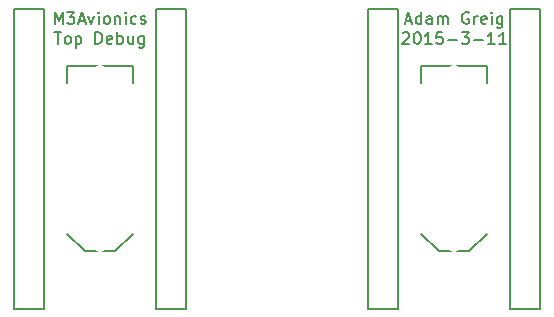
<source format=gto>
G04 #@! TF.FileFunction,Legend,Top*
%FSLAX46Y46*%
G04 Gerber Fmt 4.6, Leading zero omitted, Abs format (unit mm)*
G04 Created by KiCad (PCBNEW 4.1.0-alpha+201605071002+6776~44~ubuntu14.04.1-product) date Mon 30 May 2016 00:25:35 BST*
%MOMM*%
%LPD*%
G01*
G04 APERTURE LIST*
%ADD10C,0.100000*%
%ADD11C,0.200000*%
%ADD12C,0.150000*%
%ADD13R,2.920000X0.740000*%
%ADD14C,1.200000*%
%ADD15R,0.620000X0.620000*%
%ADD16R,1.900000X1.900000*%
%ADD17C,1.900000*%
G04 APERTURE END LIST*
D10*
D11*
X81166666Y-88602380D02*
X81166666Y-87602380D01*
X81500000Y-88316666D01*
X81833333Y-87602380D01*
X81833333Y-88602380D01*
X82214285Y-87602380D02*
X82833333Y-87602380D01*
X82500000Y-87983333D01*
X82642857Y-87983333D01*
X82738095Y-88030952D01*
X82785714Y-88078571D01*
X82833333Y-88173809D01*
X82833333Y-88411904D01*
X82785714Y-88507142D01*
X82738095Y-88554761D01*
X82642857Y-88602380D01*
X82357142Y-88602380D01*
X82261904Y-88554761D01*
X82214285Y-88507142D01*
X83214285Y-88316666D02*
X83690476Y-88316666D01*
X83119047Y-88602380D02*
X83452380Y-87602380D01*
X83785714Y-88602380D01*
X84023809Y-87935714D02*
X84261904Y-88602380D01*
X84500000Y-87935714D01*
X84880952Y-88602380D02*
X84880952Y-87935714D01*
X84880952Y-87602380D02*
X84833333Y-87650000D01*
X84880952Y-87697619D01*
X84928571Y-87650000D01*
X84880952Y-87602380D01*
X84880952Y-87697619D01*
X85500000Y-88602380D02*
X85404761Y-88554761D01*
X85357142Y-88507142D01*
X85309523Y-88411904D01*
X85309523Y-88126190D01*
X85357142Y-88030952D01*
X85404761Y-87983333D01*
X85500000Y-87935714D01*
X85642857Y-87935714D01*
X85738095Y-87983333D01*
X85785714Y-88030952D01*
X85833333Y-88126190D01*
X85833333Y-88411904D01*
X85785714Y-88507142D01*
X85738095Y-88554761D01*
X85642857Y-88602380D01*
X85500000Y-88602380D01*
X86261904Y-87935714D02*
X86261904Y-88602380D01*
X86261904Y-88030952D02*
X86309523Y-87983333D01*
X86404761Y-87935714D01*
X86547619Y-87935714D01*
X86642857Y-87983333D01*
X86690476Y-88078571D01*
X86690476Y-88602380D01*
X87166666Y-88602380D02*
X87166666Y-87935714D01*
X87166666Y-87602380D02*
X87119047Y-87650000D01*
X87166666Y-87697619D01*
X87214285Y-87650000D01*
X87166666Y-87602380D01*
X87166666Y-87697619D01*
X88071428Y-88554761D02*
X87976190Y-88602380D01*
X87785714Y-88602380D01*
X87690476Y-88554761D01*
X87642857Y-88507142D01*
X87595238Y-88411904D01*
X87595238Y-88126190D01*
X87642857Y-88030952D01*
X87690476Y-87983333D01*
X87785714Y-87935714D01*
X87976190Y-87935714D01*
X88071428Y-87983333D01*
X88452380Y-88554761D02*
X88547619Y-88602380D01*
X88738095Y-88602380D01*
X88833333Y-88554761D01*
X88880952Y-88459523D01*
X88880952Y-88411904D01*
X88833333Y-88316666D01*
X88738095Y-88269047D01*
X88595238Y-88269047D01*
X88500000Y-88221428D01*
X88452380Y-88126190D01*
X88452380Y-88078571D01*
X88500000Y-87983333D01*
X88595238Y-87935714D01*
X88738095Y-87935714D01*
X88833333Y-87983333D01*
X81142857Y-89302380D02*
X81714285Y-89302380D01*
X81428571Y-90302380D02*
X81428571Y-89302380D01*
X82190476Y-90302380D02*
X82095238Y-90254761D01*
X82047619Y-90207142D01*
X82000000Y-90111904D01*
X82000000Y-89826190D01*
X82047619Y-89730952D01*
X82095238Y-89683333D01*
X82190476Y-89635714D01*
X82333333Y-89635714D01*
X82428571Y-89683333D01*
X82476190Y-89730952D01*
X82523809Y-89826190D01*
X82523809Y-90111904D01*
X82476190Y-90207142D01*
X82428571Y-90254761D01*
X82333333Y-90302380D01*
X82190476Y-90302380D01*
X82952380Y-89635714D02*
X82952380Y-90635714D01*
X82952380Y-89683333D02*
X83047619Y-89635714D01*
X83238095Y-89635714D01*
X83333333Y-89683333D01*
X83380952Y-89730952D01*
X83428571Y-89826190D01*
X83428571Y-90111904D01*
X83380952Y-90207142D01*
X83333333Y-90254761D01*
X83238095Y-90302380D01*
X83047619Y-90302380D01*
X82952380Y-90254761D01*
X84619047Y-90302380D02*
X84619047Y-89302380D01*
X84857142Y-89302380D01*
X85000000Y-89350000D01*
X85095238Y-89445238D01*
X85142857Y-89540476D01*
X85190476Y-89730952D01*
X85190476Y-89873809D01*
X85142857Y-90064285D01*
X85095238Y-90159523D01*
X85000000Y-90254761D01*
X84857142Y-90302380D01*
X84619047Y-90302380D01*
X86000000Y-90254761D02*
X85904761Y-90302380D01*
X85714285Y-90302380D01*
X85619047Y-90254761D01*
X85571428Y-90159523D01*
X85571428Y-89778571D01*
X85619047Y-89683333D01*
X85714285Y-89635714D01*
X85904761Y-89635714D01*
X86000000Y-89683333D01*
X86047619Y-89778571D01*
X86047619Y-89873809D01*
X85571428Y-89969047D01*
X86476190Y-90302380D02*
X86476190Y-89302380D01*
X86476190Y-89683333D02*
X86571428Y-89635714D01*
X86761904Y-89635714D01*
X86857142Y-89683333D01*
X86904761Y-89730952D01*
X86952380Y-89826190D01*
X86952380Y-90111904D01*
X86904761Y-90207142D01*
X86857142Y-90254761D01*
X86761904Y-90302380D01*
X86571428Y-90302380D01*
X86476190Y-90254761D01*
X87809523Y-89635714D02*
X87809523Y-90302380D01*
X87380952Y-89635714D02*
X87380952Y-90159523D01*
X87428571Y-90254761D01*
X87523809Y-90302380D01*
X87666666Y-90302380D01*
X87761904Y-90254761D01*
X87809523Y-90207142D01*
X88714285Y-89635714D02*
X88714285Y-90445238D01*
X88666666Y-90540476D01*
X88619047Y-90588095D01*
X88523809Y-90635714D01*
X88380952Y-90635714D01*
X88285714Y-90588095D01*
X88714285Y-90254761D02*
X88619047Y-90302380D01*
X88428571Y-90302380D01*
X88333333Y-90254761D01*
X88285714Y-90207142D01*
X88238095Y-90111904D01*
X88238095Y-89826190D01*
X88285714Y-89730952D01*
X88333333Y-89683333D01*
X88428571Y-89635714D01*
X88619047Y-89635714D01*
X88714285Y-89683333D01*
X110880952Y-88316666D02*
X111357142Y-88316666D01*
X110785714Y-88602380D02*
X111119047Y-87602380D01*
X111452380Y-88602380D01*
X112214285Y-88602380D02*
X112214285Y-87602380D01*
X112214285Y-88554761D02*
X112119047Y-88602380D01*
X111928571Y-88602380D01*
X111833333Y-88554761D01*
X111785714Y-88507142D01*
X111738095Y-88411904D01*
X111738095Y-88126190D01*
X111785714Y-88030952D01*
X111833333Y-87983333D01*
X111928571Y-87935714D01*
X112119047Y-87935714D01*
X112214285Y-87983333D01*
X113119047Y-88602380D02*
X113119047Y-88078571D01*
X113071428Y-87983333D01*
X112976190Y-87935714D01*
X112785714Y-87935714D01*
X112690476Y-87983333D01*
X113119047Y-88554761D02*
X113023809Y-88602380D01*
X112785714Y-88602380D01*
X112690476Y-88554761D01*
X112642857Y-88459523D01*
X112642857Y-88364285D01*
X112690476Y-88269047D01*
X112785714Y-88221428D01*
X113023809Y-88221428D01*
X113119047Y-88173809D01*
X113595238Y-88602380D02*
X113595238Y-87935714D01*
X113595238Y-88030952D02*
X113642857Y-87983333D01*
X113738095Y-87935714D01*
X113880952Y-87935714D01*
X113976190Y-87983333D01*
X114023809Y-88078571D01*
X114023809Y-88602380D01*
X114023809Y-88078571D02*
X114071428Y-87983333D01*
X114166666Y-87935714D01*
X114309523Y-87935714D01*
X114404761Y-87983333D01*
X114452380Y-88078571D01*
X114452380Y-88602380D01*
X116214285Y-87650000D02*
X116119047Y-87602380D01*
X115976190Y-87602380D01*
X115833333Y-87650000D01*
X115738095Y-87745238D01*
X115690476Y-87840476D01*
X115642857Y-88030952D01*
X115642857Y-88173809D01*
X115690476Y-88364285D01*
X115738095Y-88459523D01*
X115833333Y-88554761D01*
X115976190Y-88602380D01*
X116071428Y-88602380D01*
X116214285Y-88554761D01*
X116261904Y-88507142D01*
X116261904Y-88173809D01*
X116071428Y-88173809D01*
X116690476Y-88602380D02*
X116690476Y-87935714D01*
X116690476Y-88126190D02*
X116738095Y-88030952D01*
X116785714Y-87983333D01*
X116880952Y-87935714D01*
X116976190Y-87935714D01*
X117690476Y-88554761D02*
X117595238Y-88602380D01*
X117404761Y-88602380D01*
X117309523Y-88554761D01*
X117261904Y-88459523D01*
X117261904Y-88078571D01*
X117309523Y-87983333D01*
X117404761Y-87935714D01*
X117595238Y-87935714D01*
X117690476Y-87983333D01*
X117738095Y-88078571D01*
X117738095Y-88173809D01*
X117261904Y-88269047D01*
X118166666Y-88602380D02*
X118166666Y-87935714D01*
X118166666Y-87602380D02*
X118119047Y-87650000D01*
X118166666Y-87697619D01*
X118214285Y-87650000D01*
X118166666Y-87602380D01*
X118166666Y-87697619D01*
X119071428Y-87935714D02*
X119071428Y-88745238D01*
X119023809Y-88840476D01*
X118976190Y-88888095D01*
X118880952Y-88935714D01*
X118738095Y-88935714D01*
X118642857Y-88888095D01*
X119071428Y-88554761D02*
X118976190Y-88602380D01*
X118785714Y-88602380D01*
X118690476Y-88554761D01*
X118642857Y-88507142D01*
X118595238Y-88411904D01*
X118595238Y-88126190D01*
X118642857Y-88030952D01*
X118690476Y-87983333D01*
X118785714Y-87935714D01*
X118976190Y-87935714D01*
X119071428Y-87983333D01*
X110619047Y-89397619D02*
X110666666Y-89350000D01*
X110761904Y-89302380D01*
X111000000Y-89302380D01*
X111095238Y-89350000D01*
X111142857Y-89397619D01*
X111190476Y-89492857D01*
X111190476Y-89588095D01*
X111142857Y-89730952D01*
X110571428Y-90302380D01*
X111190476Y-90302380D01*
X111809523Y-89302380D02*
X111904761Y-89302380D01*
X112000000Y-89350000D01*
X112047619Y-89397619D01*
X112095238Y-89492857D01*
X112142857Y-89683333D01*
X112142857Y-89921428D01*
X112095238Y-90111904D01*
X112047619Y-90207142D01*
X112000000Y-90254761D01*
X111904761Y-90302380D01*
X111809523Y-90302380D01*
X111714285Y-90254761D01*
X111666666Y-90207142D01*
X111619047Y-90111904D01*
X111571428Y-89921428D01*
X111571428Y-89683333D01*
X111619047Y-89492857D01*
X111666666Y-89397619D01*
X111714285Y-89350000D01*
X111809523Y-89302380D01*
X113095238Y-90302380D02*
X112523809Y-90302380D01*
X112809523Y-90302380D02*
X112809523Y-89302380D01*
X112714285Y-89445238D01*
X112619047Y-89540476D01*
X112523809Y-89588095D01*
X114000000Y-89302380D02*
X113523809Y-89302380D01*
X113476190Y-89778571D01*
X113523809Y-89730952D01*
X113619047Y-89683333D01*
X113857142Y-89683333D01*
X113952380Y-89730952D01*
X114000000Y-89778571D01*
X114047619Y-89873809D01*
X114047619Y-90111904D01*
X114000000Y-90207142D01*
X113952380Y-90254761D01*
X113857142Y-90302380D01*
X113619047Y-90302380D01*
X113523809Y-90254761D01*
X113476190Y-90207142D01*
X114476190Y-89921428D02*
X115238095Y-89921428D01*
X115619047Y-89302380D02*
X116238095Y-89302380D01*
X115904761Y-89683333D01*
X116047619Y-89683333D01*
X116142857Y-89730952D01*
X116190476Y-89778571D01*
X116238095Y-89873809D01*
X116238095Y-90111904D01*
X116190476Y-90207142D01*
X116142857Y-90254761D01*
X116047619Y-90302380D01*
X115761904Y-90302380D01*
X115666666Y-90254761D01*
X115619047Y-90207142D01*
X116666666Y-89921428D02*
X117428571Y-89921428D01*
X118428571Y-90302380D02*
X117857142Y-90302380D01*
X118142857Y-90302380D02*
X118142857Y-89302380D01*
X118047619Y-89445238D01*
X117952380Y-89540476D01*
X117857142Y-89588095D01*
X119380952Y-90302380D02*
X118809523Y-90302380D01*
X119095238Y-90302380D02*
X119095238Y-89302380D01*
X119000000Y-89445238D01*
X118904761Y-89540476D01*
X118809523Y-89588095D01*
D12*
X87785000Y-93635000D02*
X87785000Y-92135000D01*
X87785000Y-92135000D02*
X82215000Y-92135000D01*
X82215000Y-92135000D02*
X82215000Y-93635000D01*
X82215000Y-106365000D02*
X83715000Y-107865000D01*
X83715000Y-107865000D02*
X86285000Y-107865000D01*
X86285000Y-107865000D02*
X87785000Y-106365000D01*
X117785000Y-93635000D02*
X117785000Y-92135000D01*
X117785000Y-92135000D02*
X112215000Y-92135000D01*
X112215000Y-92135000D02*
X112215000Y-93635000D01*
X112215000Y-106365000D02*
X113715000Y-107865000D01*
X113715000Y-107865000D02*
X116285000Y-107865000D01*
X116285000Y-107865000D02*
X117785000Y-106365000D01*
X80270000Y-87300000D02*
X80270000Y-112700000D01*
X80270000Y-112700000D02*
X77730000Y-112700000D01*
X77730000Y-112700000D02*
X77730000Y-87300000D01*
X77730000Y-87300000D02*
X80270000Y-87300000D01*
X92270000Y-87300000D02*
X92270000Y-112700000D01*
X92270000Y-112700000D02*
X89730000Y-112700000D01*
X89730000Y-112700000D02*
X89730000Y-87300000D01*
X89730000Y-87300000D02*
X92270000Y-87300000D01*
X110270000Y-87300000D02*
X110270000Y-112700000D01*
X110270000Y-112700000D02*
X107730000Y-112700000D01*
X107730000Y-112700000D02*
X107730000Y-87300000D01*
X107730000Y-87300000D02*
X110270000Y-87300000D01*
X122270000Y-87300000D02*
X122270000Y-112700000D01*
X122270000Y-112700000D02*
X119730000Y-112700000D01*
X119730000Y-112700000D02*
X119730000Y-87300000D01*
X119730000Y-87300000D02*
X122270000Y-87300000D01*
%LPC*%
D13*
X83285000Y-94285000D03*
X86715000Y-94285000D03*
X83285000Y-95555000D03*
X86715000Y-95555000D03*
X83285000Y-96825000D03*
X86715000Y-96825000D03*
X83285000Y-98095000D03*
X86715000Y-98095000D03*
X83285000Y-99365000D03*
X86715000Y-99365000D03*
X83285000Y-100635000D03*
X86715000Y-100635000D03*
X83285000Y-101905000D03*
X86715000Y-101905000D03*
X83285000Y-103175000D03*
X86715000Y-103175000D03*
X83285000Y-104445000D03*
X86715000Y-104445000D03*
X83285000Y-105715000D03*
X86715000Y-105715000D03*
X113285000Y-94285000D03*
X116715000Y-94285000D03*
X113285000Y-95555000D03*
X116715000Y-95555000D03*
X113285000Y-96825000D03*
X116715000Y-96825000D03*
X113285000Y-98095000D03*
X116715000Y-98095000D03*
X113285000Y-99365000D03*
X116715000Y-99365000D03*
X113285000Y-100635000D03*
X116715000Y-100635000D03*
X113285000Y-101905000D03*
X116715000Y-101905000D03*
X113285000Y-103175000D03*
X116715000Y-103175000D03*
X113285000Y-104445000D03*
X116715000Y-104445000D03*
X113285000Y-105715000D03*
X116715000Y-105715000D03*
D14*
X85000000Y-107305000D03*
X85000000Y-92695000D03*
X115000000Y-107305000D03*
X115000000Y-92695000D03*
D15*
X89000000Y-104950000D03*
X89000000Y-104050000D03*
D16*
X79000000Y-88570000D03*
D17*
X79000000Y-91110000D03*
X79000000Y-93650000D03*
X79000000Y-96190000D03*
X79000000Y-98730000D03*
X79000000Y-101270000D03*
X79000000Y-103810000D03*
X79000000Y-106350000D03*
X79000000Y-108890000D03*
X79000000Y-111430000D03*
D16*
X91000000Y-88570000D03*
D17*
X91000000Y-91110000D03*
X91000000Y-93650000D03*
X91000000Y-96190000D03*
X91000000Y-98730000D03*
X91000000Y-101270000D03*
X91000000Y-103810000D03*
X91000000Y-106350000D03*
X91000000Y-108890000D03*
X91000000Y-111430000D03*
D16*
X109000000Y-88570000D03*
D17*
X109000000Y-91110000D03*
X109000000Y-93650000D03*
X109000000Y-96190000D03*
X109000000Y-98730000D03*
X109000000Y-101270000D03*
X109000000Y-103810000D03*
X109000000Y-106350000D03*
X109000000Y-108890000D03*
X109000000Y-111430000D03*
D16*
X121000000Y-88570000D03*
D17*
X121000000Y-91110000D03*
X121000000Y-93650000D03*
X121000000Y-96190000D03*
X121000000Y-98730000D03*
X121000000Y-101270000D03*
X121000000Y-103810000D03*
X121000000Y-106350000D03*
X121000000Y-108890000D03*
X121000000Y-111430000D03*
M02*

</source>
